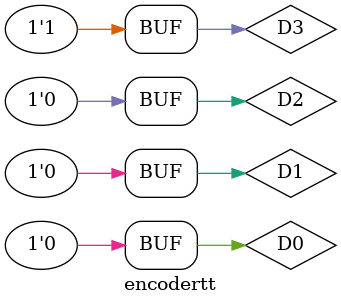
<source format=v>
`timescale 1ns / 1ps

module encodertt;

	// Inputs
	reg D3;
	reg D2;
  	reg D1;
  	reg D0;

	// Outputs
	wire A1;
  	wire A0;

	// Instantiate the Unit Under Test (UUT)
	encoder uut (
      	.D0(D0),
      	.D1(D1),
      	.D2(D2),
      	.D3(D3),
      	.A1(A1), 
      	.A0(A0)
	);

	initial begin
      $dumpfile("dump.vcd");
      $dumpvars(1); // Xilinx will not generate these two lines
		// Initialize Inputs
      D3 = 0; D2 = 0; D1 = 0; D0 = 1; #100;
      D3 = 0; D2 = 0; D1 = 1; D0 = 0; #100;
	  D3 = 1; D2 = 0; D1 = 0; D0 = 0; #100;
	end
endmodule

</source>
